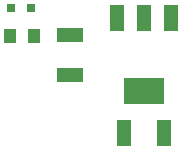
<source format=gbr>
%TF.GenerationSoftware,KiCad,Pcbnew,7.0.1*%
%TF.CreationDate,2023-03-30T17:35:48+09:00*%
%TF.ProjectId,CANFD_module,43414e46-445f-46d6-9f64-756c652e6b69,rev?*%
%TF.SameCoordinates,Original*%
%TF.FileFunction,Paste,Top*%
%TF.FilePolarity,Positive*%
%FSLAX46Y46*%
G04 Gerber Fmt 4.6, Leading zero omitted, Abs format (unit mm)*
G04 Created by KiCad (PCBNEW 7.0.1) date 2023-03-30 17:35:48*
%MOMM*%
%LPD*%
G01*
G04 APERTURE LIST*
%ADD10R,1.200000X2.300000*%
%ADD11R,1.200000X2.200000*%
%ADD12R,3.500000X2.200000*%
%ADD13R,1.000000X1.200000*%
%ADD14R,0.800000X0.800000*%
%ADD15R,2.300000X1.200000*%
G04 APERTURE END LIST*
D10*
%TO.C,C9*%
X149761100Y-99803600D03*
X153161100Y-99803600D03*
%TD*%
D11*
%TO.C,U3*%
X153761100Y-90103600D03*
X149161100Y-90103600D03*
X151461100Y-90103600D03*
D12*
X151461100Y-96303600D03*
%TD*%
D13*
%TO.C,R7*%
X140122400Y-91643200D03*
X142122400Y-91643200D03*
%TD*%
D14*
%TO.C,POWER*%
X140221100Y-89204800D03*
X141871100Y-89204800D03*
%TD*%
D15*
%TO.C,C6*%
X145211100Y-91503600D03*
X145211100Y-94903600D03*
%TD*%
M02*

</source>
